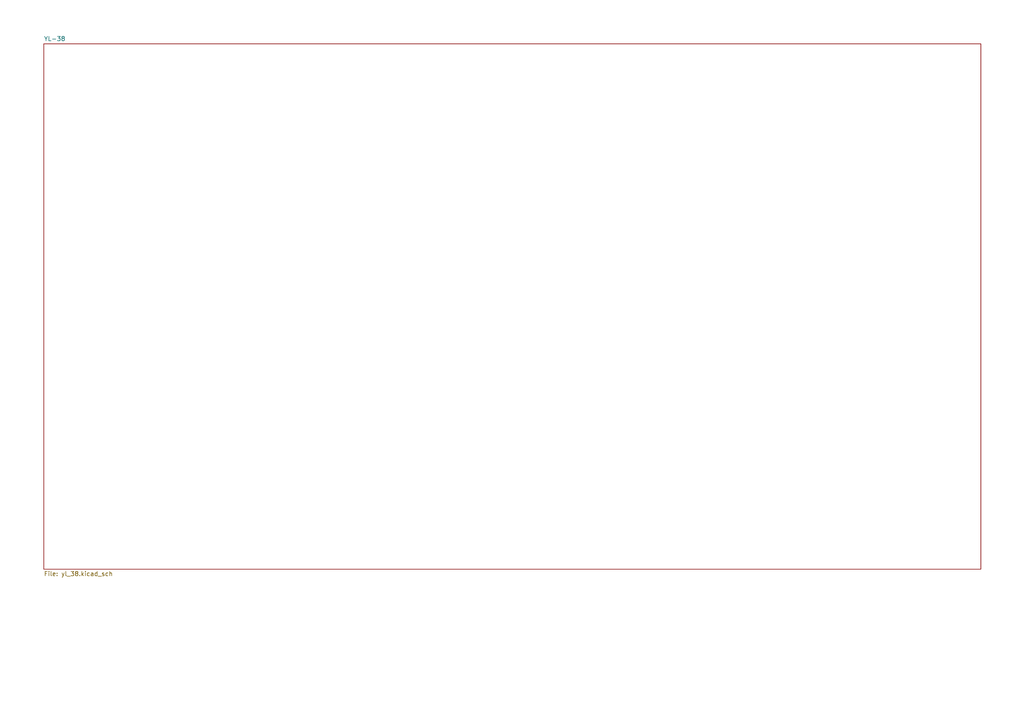
<source format=kicad_sch>
(kicad_sch (version 20211123) (generator eeschema)
  (paper "A4")
  (lib_symbols)
  (sheet (at 12.7 12.7) (size 271.78 152.4) (stroke (width 0.1524))
    (property "Sheet name" "YL-38" (at 12.7 11.9884 0) (effects (justify left bottom)))
    (property "Sheet file" "yl_38.kicad_sch" (at 12.7 165.6846 0) (effects (justify left top)))
  )
)
</source>
